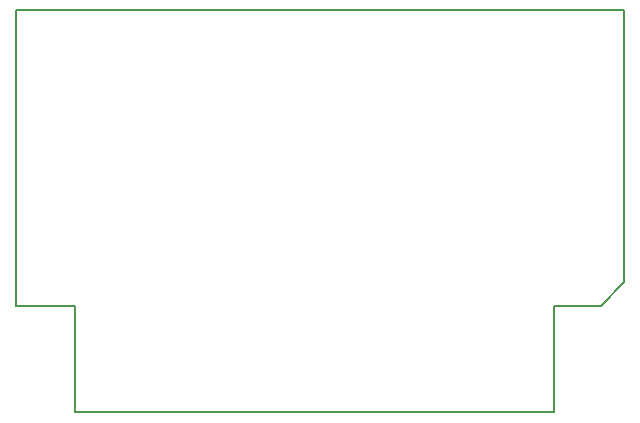
<source format=gbr>
G04 #@! TF.GenerationSoftware,KiCad,Pcbnew,(5.1.8)-1*
G04 #@! TF.CreationDate,2020-11-23T14:14:14+01:00*
G04 #@! TF.ProjectId,MM1_FLASH_128k_A,4d4d315f-464c-4415-9348-5f3132386b5f,R1*
G04 #@! TF.SameCoordinates,PX6b49d20PY52f83c0*
G04 #@! TF.FileFunction,Profile,NP*
%FSLAX46Y46*%
G04 Gerber Fmt 4.6, Leading zero omitted, Abs format (unit mm)*
G04 Created by KiCad (PCBNEW (5.1.8)-1) date 2020-11-23 14:14:14*
%MOMM*%
%LPD*%
G01*
G04 APERTURE LIST*
G04 #@! TA.AperFunction,Profile*
%ADD10C,0.150000*%
G04 #@! TD*
G04 APERTURE END LIST*
D10*
X49500000Y-25000000D02*
X45500000Y-25000000D01*
X51500000Y0D02*
X0Y0D01*
X51500000Y-23000000D02*
X51500000Y0D01*
X0Y-25000000D02*
X0Y0D01*
X5000000Y-25000000D02*
X0Y-25000000D01*
X49500000Y-25000000D02*
X51500000Y-23000000D01*
X5000000Y-25000000D02*
X5000000Y-34000000D01*
X45500000Y-25000000D02*
X45500000Y-34000000D01*
X45500000Y-34000000D02*
X5000000Y-34000000D01*
M02*

</source>
